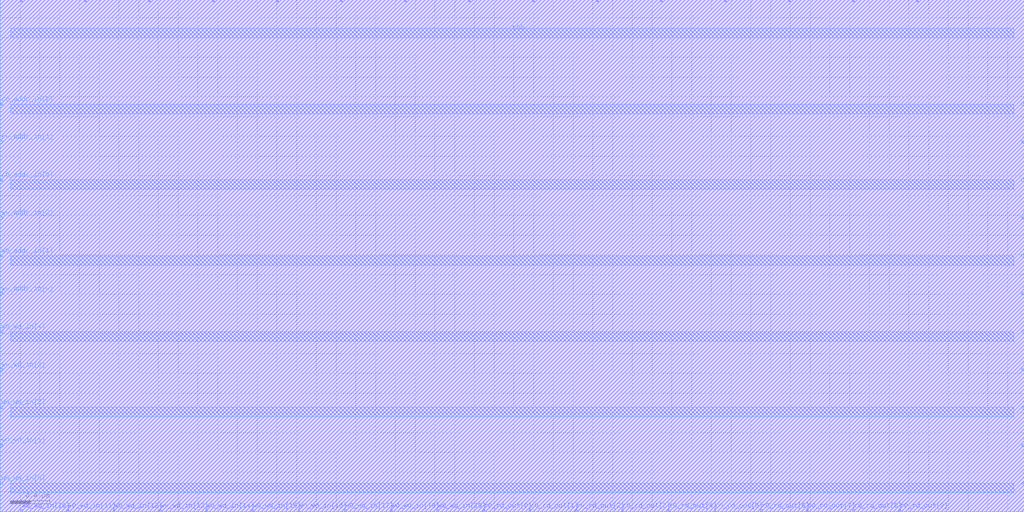
<source format=lef>
VERSION 5.7 ;
BUSBITCHARS "[]" ;
MACRO fakeram_20x64_1r1w
  FOREIGN fakeram_20x64_1r1w 0 0 ;
  SYMMETRY X Y R90 ;
  SIZE 10.368 BY 5.184 ;
  CLASS BLOCK ;
  PIN w0_wd_in[0]
    DIRECTION INPUT ;
    USE SIGNAL ;
    SHAPE ABUTMENT ;
    PORT
      LAYER M4 ;
      RECT 0.000 0.276 0.024 0.300 ;
    END
  END w0_wd_in[0]
  PIN w0_wd_in[1]
    DIRECTION INPUT ;
    USE SIGNAL ;
    SHAPE ABUTMENT ;
    PORT
      LAYER M4 ;
      RECT 0.000 0.660 0.024 0.684 ;
    END
  END w0_wd_in[1]
  PIN w0_wd_in[2]
    DIRECTION INPUT ;
    USE SIGNAL ;
    SHAPE ABUTMENT ;
    PORT
      LAYER M4 ;
      RECT 0.000 1.044 0.024 1.068 ;
    END
  END w0_wd_in[2]
  PIN w0_wd_in[3]
    DIRECTION INPUT ;
    USE SIGNAL ;
    SHAPE ABUTMENT ;
    PORT
      LAYER M4 ;
      RECT 0.000 1.428 0.024 1.452 ;
    END
  END w0_wd_in[3]
  PIN w0_wd_in[4]
    DIRECTION INPUT ;
    USE SIGNAL ;
    SHAPE ABUTMENT ;
    PORT
      LAYER M4 ;
      RECT 0.000 1.812 0.024 1.836 ;
    END
  END w0_wd_in[4]
  PIN w0_wd_in[5]
    DIRECTION INPUT ;
    USE SIGNAL ;
    SHAPE ABUTMENT ;
    PORT
      LAYER M4 ;
      RECT 10.344 0.276 10.368 0.300 ;
    END
  END w0_wd_in[5]
  PIN w0_wd_in[6]
    DIRECTION INPUT ;
    USE SIGNAL ;
    SHAPE ABUTMENT ;
    PORT
      LAYER M4 ;
      RECT 10.344 0.660 10.368 0.684 ;
    END
  END w0_wd_in[6]
  PIN w0_wd_in[7]
    DIRECTION INPUT ;
    USE SIGNAL ;
    SHAPE ABUTMENT ;
    PORT
      LAYER M4 ;
      RECT 10.344 1.044 10.368 1.068 ;
    END
  END w0_wd_in[7]
  PIN w0_wd_in[8]
    DIRECTION INPUT ;
    USE SIGNAL ;
    SHAPE ABUTMENT ;
    PORT
      LAYER M4 ;
      RECT 10.344 1.428 10.368 1.452 ;
    END
  END w0_wd_in[8]
  PIN w0_wd_in[9]
    DIRECTION INPUT ;
    USE SIGNAL ;
    SHAPE ABUTMENT ;
    PORT
      LAYER M4 ;
      RECT 10.344 1.812 10.368 1.836 ;
    END
  END w0_wd_in[9]
  PIN w0_wd_in[10]
    DIRECTION OUTPUT ;
    USE SIGNAL ;
    SHAPE ABUTMENT ;
    PORT
      LAYER M3 ;
      RECT 0.207 0.000 0.225 0.018 ;
    END
  END w0_wd_in[10]
  PIN w0_wd_in[11]
    DIRECTION OUTPUT ;
    USE SIGNAL ;
    SHAPE ABUTMENT ;
    PORT
      LAYER M3 ;
      RECT 0.675 0.000 0.693 0.018 ;
    END
  END w0_wd_in[11]
  PIN w0_wd_in[12]
    DIRECTION OUTPUT ;
    USE SIGNAL ;
    SHAPE ABUTMENT ;
    PORT
      LAYER M3 ;
      RECT 1.143 0.000 1.161 0.018 ;
    END
  END w0_wd_in[12]
  PIN w0_wd_in[13]
    DIRECTION OUTPUT ;
    USE SIGNAL ;
    SHAPE ABUTMENT ;
    PORT
      LAYER M3 ;
      RECT 1.611 0.000 1.629 0.018 ;
    END
  END w0_wd_in[13]
  PIN w0_wd_in[14]
    DIRECTION OUTPUT ;
    USE SIGNAL ;
    SHAPE ABUTMENT ;
    PORT
      LAYER M3 ;
      RECT 2.079 0.000 2.097 0.018 ;
    END
  END w0_wd_in[14]
  PIN w0_wd_in[15]
    DIRECTION OUTPUT ;
    USE SIGNAL ;
    SHAPE ABUTMENT ;
    PORT
      LAYER M3 ;
      RECT 2.547 0.000 2.565 0.018 ;
    END
  END w0_wd_in[15]
  PIN w0_wd_in[16]
    DIRECTION OUTPUT ;
    USE SIGNAL ;
    SHAPE ABUTMENT ;
    PORT
      LAYER M3 ;
      RECT 3.015 0.000 3.033 0.018 ;
    END
  END w0_wd_in[16]
  PIN w0_wd_in[17]
    DIRECTION OUTPUT ;
    USE SIGNAL ;
    SHAPE ABUTMENT ;
    PORT
      LAYER M3 ;
      RECT 3.483 0.000 3.501 0.018 ;
    END
  END w0_wd_in[17]
  PIN w0_wd_in[18]
    DIRECTION OUTPUT ;
    USE SIGNAL ;
    SHAPE ABUTMENT ;
    PORT
      LAYER M3 ;
      RECT 3.951 0.000 3.969 0.018 ;
    END
  END w0_wd_in[18]
  PIN w0_wd_in[19]
    DIRECTION OUTPUT ;
    USE SIGNAL ;
    SHAPE ABUTMENT ;
    PORT
      LAYER M3 ;
      RECT 4.419 0.000 4.437 0.018 ;
    END
  END w0_wd_in[19]
  PIN r0_rd_out[0]
    DIRECTION OUTPUT ;
    USE SIGNAL ;
    SHAPE ABUTMENT ;
    PORT
      LAYER M3 ;
      RECT 4.887 0.000 4.905 0.018 ;
    END
  END r0_rd_out[0]
  PIN r0_rd_out[1]
    DIRECTION OUTPUT ;
    USE SIGNAL ;
    SHAPE ABUTMENT ;
    PORT
      LAYER M3 ;
      RECT 5.355 0.000 5.373 0.018 ;
    END
  END r0_rd_out[1]
  PIN r0_rd_out[2]
    DIRECTION OUTPUT ;
    USE SIGNAL ;
    SHAPE ABUTMENT ;
    PORT
      LAYER M3 ;
      RECT 5.823 0.000 5.841 0.018 ;
    END
  END r0_rd_out[2]
  PIN r0_rd_out[3]
    DIRECTION OUTPUT ;
    USE SIGNAL ;
    SHAPE ABUTMENT ;
    PORT
      LAYER M3 ;
      RECT 6.291 0.000 6.309 0.018 ;
    END
  END r0_rd_out[3]
  PIN r0_rd_out[4]
    DIRECTION OUTPUT ;
    USE SIGNAL ;
    SHAPE ABUTMENT ;
    PORT
      LAYER M3 ;
      RECT 6.759 0.000 6.777 0.018 ;
    END
  END r0_rd_out[4]
  PIN r0_rd_out[5]
    DIRECTION OUTPUT ;
    USE SIGNAL ;
    SHAPE ABUTMENT ;
    PORT
      LAYER M3 ;
      RECT 7.227 0.000 7.245 0.018 ;
    END
  END r0_rd_out[5]
  PIN r0_rd_out[6]
    DIRECTION OUTPUT ;
    USE SIGNAL ;
    SHAPE ABUTMENT ;
    PORT
      LAYER M3 ;
      RECT 7.695 0.000 7.713 0.018 ;
    END
  END r0_rd_out[6]
  PIN r0_rd_out[7]
    DIRECTION OUTPUT ;
    USE SIGNAL ;
    SHAPE ABUTMENT ;
    PORT
      LAYER M3 ;
      RECT 8.163 0.000 8.181 0.018 ;
    END
  END r0_rd_out[7]
  PIN r0_rd_out[8]
    DIRECTION OUTPUT ;
    USE SIGNAL ;
    SHAPE ABUTMENT ;
    PORT
      LAYER M3 ;
      RECT 8.631 0.000 8.649 0.018 ;
    END
  END r0_rd_out[8]
  PIN r0_rd_out[9]
    DIRECTION OUTPUT ;
    USE SIGNAL ;
    SHAPE ABUTMENT ;
    PORT
      LAYER M3 ;
      RECT 9.099 0.000 9.117 0.018 ;
    END
  END r0_rd_out[9]
  PIN r0_rd_out[10]
    DIRECTION OUTPUT ;
    USE SIGNAL ;
    SHAPE ABUTMENT ;
    PORT
      LAYER M3 ;
      RECT 0.207 5.166 0.225 5.184 ;
    END
  END r0_rd_out[10]
  PIN r0_rd_out[11]
    DIRECTION OUTPUT ;
    USE SIGNAL ;
    SHAPE ABUTMENT ;
    PORT
      LAYER M3 ;
      RECT 0.855 5.166 0.873 5.184 ;
    END
  END r0_rd_out[11]
  PIN r0_rd_out[12]
    DIRECTION OUTPUT ;
    USE SIGNAL ;
    SHAPE ABUTMENT ;
    PORT
      LAYER M3 ;
      RECT 1.503 5.166 1.521 5.184 ;
    END
  END r0_rd_out[12]
  PIN r0_rd_out[13]
    DIRECTION OUTPUT ;
    USE SIGNAL ;
    SHAPE ABUTMENT ;
    PORT
      LAYER M3 ;
      RECT 2.151 5.166 2.169 5.184 ;
    END
  END r0_rd_out[13]
  PIN r0_rd_out[14]
    DIRECTION OUTPUT ;
    USE SIGNAL ;
    SHAPE ABUTMENT ;
    PORT
      LAYER M3 ;
      RECT 2.799 5.166 2.817 5.184 ;
    END
  END r0_rd_out[14]
  PIN r0_rd_out[15]
    DIRECTION OUTPUT ;
    USE SIGNAL ;
    SHAPE ABUTMENT ;
    PORT
      LAYER M3 ;
      RECT 3.447 5.166 3.465 5.184 ;
    END
  END r0_rd_out[15]
  PIN r0_rd_out[16]
    DIRECTION OUTPUT ;
    USE SIGNAL ;
    SHAPE ABUTMENT ;
    PORT
      LAYER M3 ;
      RECT 4.095 5.166 4.113 5.184 ;
    END
  END r0_rd_out[16]
  PIN r0_rd_out[17]
    DIRECTION OUTPUT ;
    USE SIGNAL ;
    SHAPE ABUTMENT ;
    PORT
      LAYER M3 ;
      RECT 4.743 5.166 4.761 5.184 ;
    END
  END r0_rd_out[17]
  PIN r0_rd_out[18]
    DIRECTION OUTPUT ;
    USE SIGNAL ;
    SHAPE ABUTMENT ;
    PORT
      LAYER M3 ;
      RECT 5.391 5.166 5.409 5.184 ;
    END
  END r0_rd_out[18]
  PIN r0_rd_out[19]
    DIRECTION OUTPUT ;
    USE SIGNAL ;
    SHAPE ABUTMENT ;
    PORT
      LAYER M3 ;
      RECT 6.039 5.166 6.057 5.184 ;
    END
  END r0_rd_out[19]
  PIN w0_addr_in[0]
    DIRECTION INPUT ;
    USE SIGNAL ;
    SHAPE ABUTMENT ;
    PORT
      LAYER M4 ;
      RECT 0.000 2.196 0.024 2.220 ;
    END
  END w0_addr_in[0]
  PIN w0_addr_in[1]
    DIRECTION INPUT ;
    USE SIGNAL ;
    SHAPE ABUTMENT ;
    PORT
      LAYER M4 ;
      RECT 0.000 2.580 0.024 2.604 ;
    END
  END w0_addr_in[1]
  PIN w0_addr_in[2]
    DIRECTION INPUT ;
    USE SIGNAL ;
    SHAPE ABUTMENT ;
    PORT
      LAYER M4 ;
      RECT 0.000 2.964 0.024 2.988 ;
    END
  END w0_addr_in[2]
  PIN w0_addr_in[3]
    DIRECTION INPUT ;
    USE SIGNAL ;
    SHAPE ABUTMENT ;
    PORT
      LAYER M4 ;
      RECT 10.344 2.196 10.368 2.220 ;
    END
  END w0_addr_in[3]
  PIN w0_addr_in[4]
    DIRECTION INPUT ;
    USE SIGNAL ;
    SHAPE ABUTMENT ;
    PORT
      LAYER M4 ;
      RECT 10.344 2.580 10.368 2.604 ;
    END
  END w0_addr_in[4]
  PIN w0_addr_in[5]
    DIRECTION INPUT ;
    USE SIGNAL ;
    SHAPE ABUTMENT ;
    PORT
      LAYER M4 ;
      RECT 10.344 2.964 10.368 2.988 ;
    END
  END w0_addr_in[5]
  PIN r0_addr_in[0]
    DIRECTION INPUT ;
    USE SIGNAL ;
    SHAPE ABUTMENT ;
    PORT
      LAYER M4 ;
      RECT 0.000 3.348 0.024 3.372 ;
    END
  END r0_addr_in[0]
  PIN r0_addr_in[1]
    DIRECTION INPUT ;
    USE SIGNAL ;
    SHAPE ABUTMENT ;
    PORT
      LAYER M4 ;
      RECT 0.000 3.732 0.024 3.756 ;
    END
  END r0_addr_in[1]
  PIN r0_addr_in[2]
    DIRECTION INPUT ;
    USE SIGNAL ;
    SHAPE ABUTMENT ;
    PORT
      LAYER M4 ;
      RECT 0.000 4.116 0.024 4.140 ;
    END
  END r0_addr_in[2]
  PIN r0_addr_in[3]
    DIRECTION INPUT ;
    USE SIGNAL ;
    SHAPE ABUTMENT ;
    PORT
      LAYER M4 ;
      RECT 10.344 3.348 10.368 3.372 ;
    END
  END r0_addr_in[3]
  PIN r0_addr_in[4]
    DIRECTION INPUT ;
    USE SIGNAL ;
    SHAPE ABUTMENT ;
    PORT
      LAYER M4 ;
      RECT 10.344 3.732 10.368 3.756 ;
    END
  END r0_addr_in[4]
  PIN r0_addr_in[5]
    DIRECTION INPUT ;
    USE SIGNAL ;
    SHAPE ABUTMENT ;
    PORT
      LAYER M4 ;
      RECT 10.344 4.116 10.368 4.140 ;
    END
  END r0_addr_in[5]
  PIN w0_we_in
    DIRECTION INPUT ;
    USE SIGNAL ;
    SHAPE ABUTMENT ;
    PORT
      LAYER M3 ;
      RECT 6.687 5.166 6.705 5.184 ;
    END
  END w0_we_in
  PIN w0_ce_in
    DIRECTION INPUT ;
    USE SIGNAL ;
    SHAPE ABUTMENT ;
    PORT
      LAYER M3 ;
      RECT 7.335 5.166 7.353 5.184 ;
    END
  END w0_ce_in
  PIN w0_clk
    DIRECTION INPUT ;
    USE SIGNAL ;
    SHAPE ABUTMENT ;
    PORT
      LAYER M3 ;
      RECT 7.983 5.166 8.001 5.184 ;
    END
  END w0_clk
  PIN r0_ce_in
    DIRECTION INPUT ;
    USE SIGNAL ;
    SHAPE ABUTMENT ;
    PORT
      LAYER M3 ;
      RECT 8.631 5.166 8.649 5.184 ;
    END
  END r0_ce_in
  PIN r0_clk
    DIRECTION INPUT ;
    USE SIGNAL ;
    SHAPE ABUTMENT ;
    PORT
      LAYER M3 ;
      RECT 9.279 5.166 9.297 5.184 ;
    END
  END r0_clk
  PIN VSS
    DIRECTION INOUT ;
    USE GROUND ;
    PORT
      LAYER M4 ;
      RECT 0.108 0.192 10.260 0.288 ;
      RECT 0.108 0.960 10.260 1.056 ;
      RECT 0.108 1.728 10.260 1.824 ;
      RECT 0.108 2.496 10.260 2.592 ;
      RECT 0.108 3.264 10.260 3.360 ;
      RECT 0.108 4.032 10.260 4.128 ;
      RECT 0.108 4.800 10.260 4.896 ;
    END
  END VSS
  PIN VDD
    DIRECTION INOUT ;
    USE POWER ;
    PORT
      LAYER M4 ;
      RECT 0.108 0.192 10.260 0.288 ;
      RECT 0.108 0.960 10.260 1.056 ;
      RECT 0.108 1.728 10.260 1.824 ;
      RECT 0.108 2.496 10.260 2.592 ;
      RECT 0.108 3.264 10.260 3.360 ;
      RECT 0.108 4.032 10.260 4.128 ;
      RECT 0.108 4.800 10.260 4.896 ;
    END
  END VDD
  OBS
    LAYER M1 ;
    RECT 0 0 10.368 5.184 ;
    LAYER M2 ;
    RECT 0 0 10.368 5.184 ;
    LAYER M3 ;
    RECT 0 0 10.368 5.184 ;
    LAYER M4 ;
    RECT 0 0 10.368 5.184 ;
  END
END fakeram_20x64_1r1w

END LIBRARY

</source>
